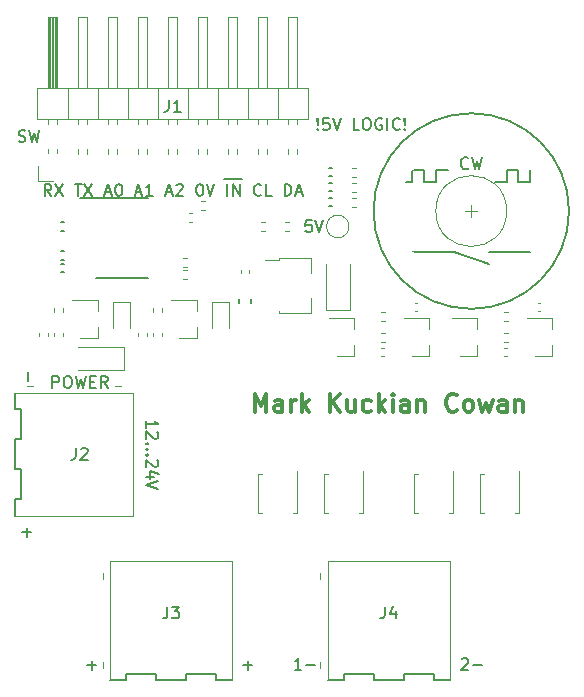
<source format=gto>
G04 #@! TF.GenerationSoftware,KiCad,Pcbnew,5.1.10*
G04 #@! TF.CreationDate,2021-12-30T01:29:18+02:00*
G04 #@! TF.ProjectId,pwm-controller,70776d2d-636f-46e7-9472-6f6c6c65722e,rev?*
G04 #@! TF.SameCoordinates,Original*
G04 #@! TF.FileFunction,Legend,Top*
G04 #@! TF.FilePolarity,Positive*
%FSLAX46Y46*%
G04 Gerber Fmt 4.6, Leading zero omitted, Abs format (unit mm)*
G04 Created by KiCad (PCBNEW 5.1.10) date 2021-12-30 01:29:18*
%MOMM*%
%LPD*%
G01*
G04 APERTURE LIST*
%ADD10C,0.300000*%
%ADD11C,0.120000*%
%ADD12C,0.150000*%
%ADD13C,0.200000*%
%ADD14C,0.100000*%
%ADD15R,0.405000X0.990000*%
%ADD16C,2.200000*%
%ADD17C,1.500000*%
%ADD18R,1.200000X0.900000*%
%ADD19O,1.700000X1.700000*%
%ADD20R,1.700000X1.700000*%
%ADD21C,1.800000*%
%ADD22R,0.900000X1.200000*%
%ADD23C,2.000000*%
%ADD24R,0.900000X0.800000*%
%ADD25R,1.300000X0.900000*%
%ADD26C,1.310000*%
G04 APERTURE END LIST*
D10*
X96592857Y-103548571D02*
X96592857Y-102048571D01*
X97092857Y-103120000D01*
X97592857Y-102048571D01*
X97592857Y-103548571D01*
X98950000Y-103548571D02*
X98950000Y-102762857D01*
X98878571Y-102620000D01*
X98735714Y-102548571D01*
X98450000Y-102548571D01*
X98307142Y-102620000D01*
X98950000Y-103477142D02*
X98807142Y-103548571D01*
X98450000Y-103548571D01*
X98307142Y-103477142D01*
X98235714Y-103334285D01*
X98235714Y-103191428D01*
X98307142Y-103048571D01*
X98450000Y-102977142D01*
X98807142Y-102977142D01*
X98950000Y-102905714D01*
X99664285Y-103548571D02*
X99664285Y-102548571D01*
X99664285Y-102834285D02*
X99735714Y-102691428D01*
X99807142Y-102620000D01*
X99950000Y-102548571D01*
X100092857Y-102548571D01*
X100592857Y-103548571D02*
X100592857Y-102048571D01*
X100735714Y-102977142D02*
X101164285Y-103548571D01*
X101164285Y-102548571D02*
X100592857Y-103120000D01*
X102950000Y-103548571D02*
X102950000Y-102048571D01*
X103807142Y-103548571D02*
X103164285Y-102691428D01*
X103807142Y-102048571D02*
X102950000Y-102905714D01*
X105092857Y-102548571D02*
X105092857Y-103548571D01*
X104450000Y-102548571D02*
X104450000Y-103334285D01*
X104521428Y-103477142D01*
X104664285Y-103548571D01*
X104878571Y-103548571D01*
X105021428Y-103477142D01*
X105092857Y-103405714D01*
X106450000Y-103477142D02*
X106307142Y-103548571D01*
X106021428Y-103548571D01*
X105878571Y-103477142D01*
X105807142Y-103405714D01*
X105735714Y-103262857D01*
X105735714Y-102834285D01*
X105807142Y-102691428D01*
X105878571Y-102620000D01*
X106021428Y-102548571D01*
X106307142Y-102548571D01*
X106450000Y-102620000D01*
X107092857Y-103548571D02*
X107092857Y-102048571D01*
X107235714Y-102977142D02*
X107664285Y-103548571D01*
X107664285Y-102548571D02*
X107092857Y-103120000D01*
X108307142Y-103548571D02*
X108307142Y-102548571D01*
X108307142Y-102048571D02*
X108235714Y-102120000D01*
X108307142Y-102191428D01*
X108378571Y-102120000D01*
X108307142Y-102048571D01*
X108307142Y-102191428D01*
X109664285Y-103548571D02*
X109664285Y-102762857D01*
X109592857Y-102620000D01*
X109450000Y-102548571D01*
X109164285Y-102548571D01*
X109021428Y-102620000D01*
X109664285Y-103477142D02*
X109521428Y-103548571D01*
X109164285Y-103548571D01*
X109021428Y-103477142D01*
X108950000Y-103334285D01*
X108950000Y-103191428D01*
X109021428Y-103048571D01*
X109164285Y-102977142D01*
X109521428Y-102977142D01*
X109664285Y-102905714D01*
X110378571Y-102548571D02*
X110378571Y-103548571D01*
X110378571Y-102691428D02*
X110450000Y-102620000D01*
X110592857Y-102548571D01*
X110807142Y-102548571D01*
X110950000Y-102620000D01*
X111021428Y-102762857D01*
X111021428Y-103548571D01*
X113735714Y-103405714D02*
X113664285Y-103477142D01*
X113450000Y-103548571D01*
X113307142Y-103548571D01*
X113092857Y-103477142D01*
X112950000Y-103334285D01*
X112878571Y-103191428D01*
X112807142Y-102905714D01*
X112807142Y-102691428D01*
X112878571Y-102405714D01*
X112950000Y-102262857D01*
X113092857Y-102120000D01*
X113307142Y-102048571D01*
X113450000Y-102048571D01*
X113664285Y-102120000D01*
X113735714Y-102191428D01*
X114592857Y-103548571D02*
X114450000Y-103477142D01*
X114378571Y-103405714D01*
X114307142Y-103262857D01*
X114307142Y-102834285D01*
X114378571Y-102691428D01*
X114450000Y-102620000D01*
X114592857Y-102548571D01*
X114807142Y-102548571D01*
X114950000Y-102620000D01*
X115021428Y-102691428D01*
X115092857Y-102834285D01*
X115092857Y-103262857D01*
X115021428Y-103405714D01*
X114950000Y-103477142D01*
X114807142Y-103548571D01*
X114592857Y-103548571D01*
X115592857Y-102548571D02*
X115878571Y-103548571D01*
X116164285Y-102834285D01*
X116450000Y-103548571D01*
X116735714Y-102548571D01*
X117950000Y-103548571D02*
X117950000Y-102762857D01*
X117878571Y-102620000D01*
X117735714Y-102548571D01*
X117450000Y-102548571D01*
X117307142Y-102620000D01*
X117950000Y-103477142D02*
X117807142Y-103548571D01*
X117450000Y-103548571D01*
X117307142Y-103477142D01*
X117235714Y-103334285D01*
X117235714Y-103191428D01*
X117307142Y-103048571D01*
X117450000Y-102977142D01*
X117807142Y-102977142D01*
X117950000Y-102905714D01*
X118664285Y-102548571D02*
X118664285Y-103548571D01*
X118664285Y-102691428D02*
X118735714Y-102620000D01*
X118878571Y-102548571D01*
X119092857Y-102548571D01*
X119235714Y-102620000D01*
X119307142Y-102762857D01*
X119307142Y-103548571D01*
D11*
X105775000Y-108620000D02*
X105775000Y-112125000D01*
X102505000Y-108855000D02*
X102505000Y-112125000D01*
X102840000Y-108855000D02*
X102505000Y-108855000D01*
X102840000Y-112125000D02*
X102505000Y-112125000D01*
X105775000Y-112125000D02*
X105440000Y-112125000D01*
X118983000Y-108620000D02*
X118983000Y-112125000D01*
X115713000Y-108855000D02*
X115713000Y-112125000D01*
X116048000Y-108855000D02*
X115713000Y-108855000D01*
X116048000Y-112125000D02*
X115713000Y-112125000D01*
X118983000Y-112125000D02*
X118648000Y-112125000D01*
X88772000Y-96874359D02*
X88772000Y-97181641D01*
X88012000Y-96874359D02*
X88012000Y-97181641D01*
X87502000Y-96874359D02*
X87502000Y-97181641D01*
X86742000Y-96874359D02*
X86742000Y-97181641D01*
X80390000Y-96874359D02*
X80390000Y-97181641D01*
X79630000Y-96874359D02*
X79630000Y-97181641D01*
X79120000Y-96874359D02*
X79120000Y-97181641D01*
X78360000Y-96874359D02*
X78360000Y-97181641D01*
X92355641Y-86486000D02*
X92048359Y-86486000D01*
X92355641Y-85726000D02*
X92048359Y-85726000D01*
X100187000Y-112125000D02*
X99852000Y-112125000D01*
X97252000Y-112125000D02*
X96917000Y-112125000D01*
X97252000Y-108855000D02*
X96917000Y-108855000D01*
X96917000Y-108855000D02*
X96917000Y-112125000D01*
X100187000Y-108620000D02*
X100187000Y-112125000D01*
X113395000Y-112125000D02*
X113060000Y-112125000D01*
X110460000Y-112125000D02*
X110125000Y-112125000D01*
X110460000Y-108855000D02*
X110125000Y-108855000D01*
X110125000Y-108855000D02*
X110125000Y-112125000D01*
X113395000Y-108620000D02*
X113395000Y-112125000D01*
X83755000Y-124723000D02*
X83755000Y-125223000D01*
X83755000Y-117247000D02*
X83755000Y-117747000D01*
X84355000Y-116239000D02*
X84355000Y-126239000D01*
X94715000Y-116239000D02*
X94715000Y-126239000D01*
D12*
X84355000Y-126239000D02*
X85725000Y-126239000D01*
X85725000Y-126239000D02*
X85725000Y-125739000D01*
X85725000Y-125739000D02*
X88265000Y-125739000D01*
X88265000Y-125739000D02*
X88265000Y-126239000D01*
X88265000Y-126239000D02*
X90805000Y-126239000D01*
X90805000Y-126239000D02*
X90805000Y-125739000D01*
X90805000Y-125739000D02*
X93345000Y-125739000D01*
X93345000Y-125739000D02*
X93345000Y-126239000D01*
X93345000Y-126239000D02*
X94715000Y-126239000D01*
D11*
X84355000Y-116239000D02*
X94715000Y-116239000D01*
X104582000Y-87884000D02*
G75*
G03*
X104582000Y-87884000I-950000J0D01*
G01*
X102632000Y-94960000D02*
X104632000Y-94960000D01*
X104632000Y-94960000D02*
X104632000Y-91060000D01*
X102632000Y-94960000D02*
X102632000Y-91060000D01*
X78232000Y-84074000D02*
X78232000Y-82804000D01*
X79502000Y-84074000D02*
X78232000Y-84074000D01*
X100202000Y-81761071D02*
X100202000Y-81306929D01*
X99442000Y-81761071D02*
X99442000Y-81306929D01*
X100202000Y-79221071D02*
X100202000Y-78824000D01*
X99442000Y-79221071D02*
X99442000Y-78824000D01*
X100202000Y-70164000D02*
X100202000Y-76164000D01*
X99442000Y-70164000D02*
X100202000Y-70164000D01*
X99442000Y-76164000D02*
X99442000Y-70164000D01*
X98552000Y-78824000D02*
X98552000Y-76164000D01*
X97662000Y-81761071D02*
X97662000Y-81306929D01*
X96902000Y-81761071D02*
X96902000Y-81306929D01*
X97662000Y-79221071D02*
X97662000Y-78824000D01*
X96902000Y-79221071D02*
X96902000Y-78824000D01*
X97662000Y-70164000D02*
X97662000Y-76164000D01*
X96902000Y-70164000D02*
X97662000Y-70164000D01*
X96902000Y-76164000D02*
X96902000Y-70164000D01*
X96012000Y-78824000D02*
X96012000Y-76164000D01*
X95122000Y-81761071D02*
X95122000Y-81306929D01*
X94362000Y-81761071D02*
X94362000Y-81306929D01*
X95122000Y-79221071D02*
X95122000Y-78824000D01*
X94362000Y-79221071D02*
X94362000Y-78824000D01*
X95122000Y-70164000D02*
X95122000Y-76164000D01*
X94362000Y-70164000D02*
X95122000Y-70164000D01*
X94362000Y-76164000D02*
X94362000Y-70164000D01*
X93472000Y-78824000D02*
X93472000Y-76164000D01*
X92582000Y-81761071D02*
X92582000Y-81306929D01*
X91822000Y-81761071D02*
X91822000Y-81306929D01*
X92582000Y-79221071D02*
X92582000Y-78824000D01*
X91822000Y-79221071D02*
X91822000Y-78824000D01*
X92582000Y-70164000D02*
X92582000Y-76164000D01*
X91822000Y-70164000D02*
X92582000Y-70164000D01*
X91822000Y-76164000D02*
X91822000Y-70164000D01*
X90932000Y-78824000D02*
X90932000Y-76164000D01*
X90042000Y-81761071D02*
X90042000Y-81306929D01*
X89282000Y-81761071D02*
X89282000Y-81306929D01*
X90042000Y-79221071D02*
X90042000Y-78824000D01*
X89282000Y-79221071D02*
X89282000Y-78824000D01*
X90042000Y-70164000D02*
X90042000Y-76164000D01*
X89282000Y-70164000D02*
X90042000Y-70164000D01*
X89282000Y-76164000D02*
X89282000Y-70164000D01*
X88392000Y-78824000D02*
X88392000Y-76164000D01*
X87502000Y-81761071D02*
X87502000Y-81306929D01*
X86742000Y-81761071D02*
X86742000Y-81306929D01*
X87502000Y-79221071D02*
X87502000Y-78824000D01*
X86742000Y-79221071D02*
X86742000Y-78824000D01*
X87502000Y-70164000D02*
X87502000Y-76164000D01*
X86742000Y-70164000D02*
X87502000Y-70164000D01*
X86742000Y-76164000D02*
X86742000Y-70164000D01*
X85852000Y-78824000D02*
X85852000Y-76164000D01*
X84962000Y-81761071D02*
X84962000Y-81306929D01*
X84202000Y-81761071D02*
X84202000Y-81306929D01*
X84962000Y-79221071D02*
X84962000Y-78824000D01*
X84202000Y-79221071D02*
X84202000Y-78824000D01*
X84962000Y-70164000D02*
X84962000Y-76164000D01*
X84202000Y-70164000D02*
X84962000Y-70164000D01*
X84202000Y-76164000D02*
X84202000Y-70164000D01*
X83312000Y-78824000D02*
X83312000Y-76164000D01*
X82422000Y-81761071D02*
X82422000Y-81306929D01*
X81662000Y-81761071D02*
X81662000Y-81306929D01*
X82422000Y-79221071D02*
X82422000Y-78824000D01*
X81662000Y-79221071D02*
X81662000Y-78824000D01*
X82422000Y-70164000D02*
X82422000Y-76164000D01*
X81662000Y-70164000D02*
X82422000Y-70164000D01*
X81662000Y-76164000D02*
X81662000Y-70164000D01*
X80772000Y-78824000D02*
X80772000Y-76164000D01*
X79882000Y-81694000D02*
X79882000Y-81306929D01*
X79122000Y-81694000D02*
X79122000Y-81306929D01*
X79882000Y-79221071D02*
X79882000Y-78824000D01*
X79122000Y-79221071D02*
X79122000Y-78824000D01*
X79782000Y-76164000D02*
X79782000Y-70164000D01*
X79662000Y-76164000D02*
X79662000Y-70164000D01*
X79542000Y-76164000D02*
X79542000Y-70164000D01*
X79422000Y-76164000D02*
X79422000Y-70164000D01*
X79302000Y-76164000D02*
X79302000Y-70164000D01*
X79182000Y-76164000D02*
X79182000Y-70164000D01*
X79882000Y-70164000D02*
X79882000Y-76164000D01*
X79122000Y-70164000D02*
X79882000Y-70164000D01*
X79122000Y-76164000D02*
X79122000Y-70164000D01*
X78172000Y-76164000D02*
X78172000Y-78824000D01*
X101152000Y-76164000D02*
X78172000Y-76164000D01*
X101152000Y-78824000D02*
X101152000Y-76164000D01*
X78172000Y-78824000D02*
X101152000Y-78824000D01*
D12*
X123214387Y-86576000D02*
G75*
G03*
X123214387Y-86576000I-8279387J0D01*
G01*
D11*
X117935000Y-86576000D02*
G75*
G03*
X117935000Y-86576000I-3000000J0D01*
G01*
X114935000Y-86076000D02*
X114935000Y-87076000D01*
X114435000Y-86576000D02*
X115435000Y-86576000D01*
D12*
X109935000Y-90076000D02*
X113435000Y-90076000D01*
X119935000Y-90076000D02*
X116435000Y-90076000D01*
X113435000Y-90076000D02*
X116435000Y-91076000D01*
X109435000Y-84076000D02*
X109935000Y-84076000D01*
X109935000Y-84076000D02*
X109935000Y-83076000D01*
X109935000Y-83076000D02*
X110935000Y-83076000D01*
X110935000Y-83076000D02*
X110935000Y-84076000D01*
X110935000Y-84076000D02*
X111935000Y-84076000D01*
X111935000Y-84076000D02*
X111935000Y-83076000D01*
X111935000Y-83076000D02*
X112935000Y-83076000D01*
X116935000Y-84076000D02*
X117935000Y-84076000D01*
X117935000Y-84076000D02*
X117935000Y-83076000D01*
X117935000Y-83076000D02*
X118935000Y-83076000D01*
X118935000Y-83076000D02*
X118935000Y-84076000D01*
X118935000Y-84076000D02*
X119935000Y-84076000D01*
X119935000Y-84076000D02*
X119935000Y-83076000D01*
X119935000Y-83076000D02*
X120435000Y-83076000D01*
D11*
X91078164Y-87482000D02*
X91293836Y-87482000D01*
X91078164Y-86762000D02*
X91293836Y-86762000D01*
X85562000Y-100060000D02*
X81662000Y-100060000D01*
X85562000Y-98060000D02*
X81662000Y-98060000D01*
X85562000Y-100060000D02*
X85562000Y-98060000D01*
X97128359Y-88264000D02*
X97435641Y-88264000D01*
X97128359Y-87504000D02*
X97435641Y-87504000D01*
X99467641Y-87504000D02*
X99160359Y-87504000D01*
X99467641Y-88264000D02*
X99160359Y-88264000D01*
D13*
X102889164Y-86174000D02*
X103104836Y-86174000D01*
X102889164Y-85454000D02*
X103104836Y-85454000D01*
X102889164Y-83634000D02*
X103104836Y-83634000D01*
X102889164Y-82914000D02*
X103104836Y-82914000D01*
X102889164Y-84904000D02*
X103104836Y-84904000D01*
X102889164Y-84184000D02*
X103104836Y-84184000D01*
X85379000Y-92239000D02*
X87579000Y-92239000D01*
X85379000Y-92239000D02*
X83179000Y-92239000D01*
X85379000Y-85469000D02*
X87579000Y-85469000D01*
X85379000Y-85469000D02*
X81779000Y-85469000D01*
D11*
X95398000Y-91576164D02*
X95398000Y-91791836D01*
X96118000Y-91576164D02*
X96118000Y-91791836D01*
X90831641Y-91530000D02*
X90524359Y-91530000D01*
X90831641Y-92290000D02*
X90524359Y-92290000D01*
X90831641Y-90514000D02*
X90524359Y-90514000D01*
X90831641Y-91274000D02*
X90524359Y-91274000D01*
X80390000Y-95111641D02*
X80390000Y-94804359D01*
X79630000Y-95111641D02*
X79630000Y-94804359D01*
X92991000Y-94235000D02*
X92991000Y-96520000D01*
X94461000Y-94235000D02*
X92991000Y-94235000D01*
X94461000Y-96520000D02*
X94461000Y-94235000D01*
X84609000Y-94235000D02*
X84609000Y-96520000D01*
X86079000Y-94235000D02*
X84609000Y-94235000D01*
X86079000Y-96520000D02*
X86079000Y-94235000D01*
X88772000Y-95111641D02*
X88772000Y-94804359D01*
X88012000Y-95111641D02*
X88012000Y-94804359D01*
X91692000Y-97300000D02*
X90232000Y-97300000D01*
X91692000Y-94140000D02*
X89532000Y-94140000D01*
X91692000Y-94140000D02*
X91692000Y-95070000D01*
X91692000Y-97300000D02*
X91692000Y-96370000D01*
X83310000Y-97300000D02*
X81850000Y-97300000D01*
X83310000Y-94140000D02*
X81150000Y-94140000D01*
X83310000Y-94140000D02*
X83310000Y-95070000D01*
X83310000Y-97300000D02*
X83310000Y-96370000D01*
X105182641Y-83654000D02*
X104875359Y-83654000D01*
X105182641Y-82894000D02*
X104875359Y-82894000D01*
X105182641Y-84924000D02*
X104875359Y-84924000D01*
X105182641Y-84164000D02*
X104875359Y-84164000D01*
X104875359Y-85434000D02*
X105182641Y-85434000D01*
X104875359Y-86194000D02*
X105182641Y-86194000D01*
X101355000Y-93938000D02*
X101355000Y-95248000D01*
X101355000Y-95248000D02*
X98635000Y-95248000D01*
X97495000Y-90758000D02*
X98635000Y-90758000D01*
X101355000Y-90528000D02*
X101355000Y-91838000D01*
X98635000Y-90528000D02*
X101355000Y-90528000D01*
X98635000Y-90528000D02*
X98635000Y-90758000D01*
X98635000Y-95248000D02*
X98635000Y-95018000D01*
X86288000Y-102008000D02*
X86288000Y-112368000D01*
D12*
X76288000Y-110998000D02*
X76288000Y-112368000D01*
X76788000Y-110998000D02*
X76288000Y-110998000D01*
X76788000Y-108458000D02*
X76788000Y-110998000D01*
X76288000Y-108458000D02*
X76788000Y-108458000D01*
X76288000Y-105918000D02*
X76288000Y-108458000D01*
X76788000Y-105918000D02*
X76288000Y-105918000D01*
X76788000Y-103378000D02*
X76788000Y-105918000D01*
X76288000Y-103378000D02*
X76788000Y-103378000D01*
X76288000Y-102008000D02*
X76288000Y-103378000D01*
D11*
X86288000Y-112368000D02*
X76288000Y-112368000D01*
X86288000Y-102008000D02*
X76288000Y-102008000D01*
X85280000Y-101408000D02*
X84780000Y-101408000D01*
X77804000Y-101408000D02*
X77304000Y-101408000D01*
X102170000Y-124723000D02*
X102170000Y-125223000D01*
X102170000Y-117247000D02*
X102170000Y-117747000D01*
X102770000Y-116239000D02*
X102770000Y-126239000D01*
X113130000Y-116239000D02*
X113130000Y-126239000D01*
D12*
X102770000Y-126239000D02*
X104140000Y-126239000D01*
X104140000Y-126239000D02*
X104140000Y-125739000D01*
X104140000Y-125739000D02*
X106680000Y-125739000D01*
X106680000Y-125739000D02*
X106680000Y-126239000D01*
X106680000Y-126239000D02*
X109220000Y-126239000D01*
X109220000Y-126239000D02*
X109220000Y-125739000D01*
X109220000Y-125739000D02*
X111760000Y-125739000D01*
X111760000Y-125739000D02*
X111760000Y-126239000D01*
X111760000Y-126239000D02*
X113130000Y-126239000D01*
D11*
X102770000Y-116239000D02*
X113130000Y-116239000D01*
X110371836Y-94344000D02*
X110156164Y-94344000D01*
X110371836Y-95064000D02*
X110156164Y-95064000D01*
X120785836Y-94344000D02*
X120570164Y-94344000D01*
X120785836Y-95064000D02*
X120570164Y-95064000D01*
X118009641Y-95846000D02*
X117702359Y-95846000D01*
X118009641Y-95086000D02*
X117702359Y-95086000D01*
X117688379Y-97624000D02*
X118023621Y-97624000D01*
X117688379Y-96864000D02*
X118023621Y-96864000D01*
X115441000Y-98824000D02*
X115441000Y-97894000D01*
X115441000Y-95664000D02*
X115441000Y-96594000D01*
X115441000Y-95664000D02*
X113281000Y-95664000D01*
X115441000Y-98824000D02*
X113981000Y-98824000D01*
X121791000Y-98824000D02*
X121791000Y-97894000D01*
X121791000Y-95664000D02*
X121791000Y-96594000D01*
X121791000Y-95664000D02*
X119631000Y-95664000D01*
X121791000Y-98824000D02*
X120331000Y-98824000D01*
X117971835Y-98154000D02*
X117740165Y-98154000D01*
X117971835Y-98874000D02*
X117740165Y-98874000D01*
X111377000Y-98824000D02*
X111377000Y-97894000D01*
X111377000Y-95664000D02*
X111377000Y-96594000D01*
X111377000Y-95664000D02*
X109217000Y-95664000D01*
X111377000Y-98824000D02*
X109917000Y-98824000D01*
X107595641Y-95846000D02*
X107288359Y-95846000D01*
X107595641Y-95086000D02*
X107288359Y-95086000D01*
X107274379Y-97624000D02*
X107609621Y-97624000D01*
X107274379Y-96864000D02*
X107609621Y-96864000D01*
X105027000Y-98824000D02*
X105027000Y-97894000D01*
X105027000Y-95664000D02*
X105027000Y-96594000D01*
X105027000Y-95664000D02*
X102867000Y-95664000D01*
X105027000Y-98824000D02*
X103567000Y-98824000D01*
X107557835Y-98154000D02*
X107326165Y-98154000D01*
X107557835Y-98874000D02*
X107326165Y-98874000D01*
D13*
X96268000Y-94336580D02*
X96268000Y-94055420D01*
X95248000Y-94336580D02*
X95248000Y-94055420D01*
X80210164Y-91020000D02*
X80425836Y-91020000D01*
X80210164Y-91740000D02*
X80425836Y-91740000D01*
X80425836Y-88240000D02*
X80210164Y-88240000D01*
X80425836Y-87520000D02*
X80210164Y-87520000D01*
X80425836Y-90690000D02*
X80210164Y-90690000D01*
X80425836Y-89970000D02*
X80210164Y-89970000D01*
X89201666Y-120064380D02*
X89201666Y-120778666D01*
X89154047Y-120921523D01*
X89058809Y-121016761D01*
X88915952Y-121064380D01*
X88820714Y-121064380D01*
X89582619Y-120064380D02*
X90201666Y-120064380D01*
X89868333Y-120445333D01*
X90011190Y-120445333D01*
X90106428Y-120492952D01*
X90154047Y-120540571D01*
X90201666Y-120635809D01*
X90201666Y-120873904D01*
X90154047Y-120969142D01*
X90106428Y-121016761D01*
X90011190Y-121064380D01*
X89725476Y-121064380D01*
X89630238Y-121016761D01*
X89582619Y-120969142D01*
X82423047Y-125039428D02*
X83184952Y-125039428D01*
X82804000Y-125420380D02*
X82804000Y-124658476D01*
X95631047Y-125039428D02*
X96392952Y-125039428D01*
X96012000Y-125420380D02*
X96012000Y-124658476D01*
X101409523Y-87336380D02*
X100933333Y-87336380D01*
X100885714Y-87812571D01*
X100933333Y-87764952D01*
X101028571Y-87717333D01*
X101266666Y-87717333D01*
X101361904Y-87764952D01*
X101409523Y-87812571D01*
X101457142Y-87907809D01*
X101457142Y-88145904D01*
X101409523Y-88241142D01*
X101361904Y-88288761D01*
X101266666Y-88336380D01*
X101028571Y-88336380D01*
X100933333Y-88288761D01*
X100885714Y-88241142D01*
X101742857Y-87336380D02*
X102076190Y-88336380D01*
X102409523Y-87336380D01*
X89328666Y-77176380D02*
X89328666Y-77890666D01*
X89281047Y-78033523D01*
X89185809Y-78128761D01*
X89042952Y-78176380D01*
X88947714Y-78176380D01*
X90328666Y-78176380D02*
X89757238Y-78176380D01*
X90042952Y-78176380D02*
X90042952Y-77176380D01*
X89947714Y-77319238D01*
X89852476Y-77414476D01*
X89757238Y-77462095D01*
X79376285Y-85288380D02*
X79042952Y-84812190D01*
X78804857Y-85288380D02*
X78804857Y-84288380D01*
X79185809Y-84288380D01*
X79281047Y-84336000D01*
X79328666Y-84383619D01*
X79376285Y-84478857D01*
X79376285Y-84621714D01*
X79328666Y-84716952D01*
X79281047Y-84764571D01*
X79185809Y-84812190D01*
X78804857Y-84812190D01*
X79709619Y-84288380D02*
X80376285Y-85288380D01*
X80376285Y-84288380D02*
X79709619Y-85288380D01*
X81376285Y-84288380D02*
X81947714Y-84288380D01*
X81662000Y-85288380D02*
X81662000Y-84288380D01*
X82185809Y-84288380D02*
X82852476Y-85288380D01*
X82852476Y-84288380D02*
X82185809Y-85288380D01*
X83947714Y-85002666D02*
X84423904Y-85002666D01*
X83852476Y-85288380D02*
X84185809Y-84288380D01*
X84519142Y-85288380D01*
X85042952Y-84288380D02*
X85138190Y-84288380D01*
X85233428Y-84336000D01*
X85281047Y-84383619D01*
X85328666Y-84478857D01*
X85376285Y-84669333D01*
X85376285Y-84907428D01*
X85328666Y-85097904D01*
X85281047Y-85193142D01*
X85233428Y-85240761D01*
X85138190Y-85288380D01*
X85042952Y-85288380D01*
X84947714Y-85240761D01*
X84900095Y-85193142D01*
X84852476Y-85097904D01*
X84804857Y-84907428D01*
X84804857Y-84669333D01*
X84852476Y-84478857D01*
X84900095Y-84383619D01*
X84947714Y-84336000D01*
X85042952Y-84288380D01*
X86519142Y-85002666D02*
X86995333Y-85002666D01*
X86423904Y-85288380D02*
X86757238Y-84288380D01*
X87090571Y-85288380D01*
X87947714Y-85288380D02*
X87376285Y-85288380D01*
X87662000Y-85288380D02*
X87662000Y-84288380D01*
X87566761Y-84431238D01*
X87471523Y-84526476D01*
X87376285Y-84574095D01*
X89090571Y-85002666D02*
X89566761Y-85002666D01*
X88995333Y-85288380D02*
X89328666Y-84288380D01*
X89662000Y-85288380D01*
X89947714Y-84383619D02*
X89995333Y-84336000D01*
X90090571Y-84288380D01*
X90328666Y-84288380D01*
X90423904Y-84336000D01*
X90471523Y-84383619D01*
X90519142Y-84478857D01*
X90519142Y-84574095D01*
X90471523Y-84716952D01*
X89900095Y-85288380D01*
X90519142Y-85288380D01*
X91900095Y-84288380D02*
X91995333Y-84288380D01*
X92090571Y-84336000D01*
X92138190Y-84383619D01*
X92185809Y-84478857D01*
X92233428Y-84669333D01*
X92233428Y-84907428D01*
X92185809Y-85097904D01*
X92138190Y-85193142D01*
X92090571Y-85240761D01*
X91995333Y-85288380D01*
X91900095Y-85288380D01*
X91804857Y-85240761D01*
X91757238Y-85193142D01*
X91709619Y-85097904D01*
X91662000Y-84907428D01*
X91662000Y-84669333D01*
X91709619Y-84478857D01*
X91757238Y-84383619D01*
X91804857Y-84336000D01*
X91900095Y-84288380D01*
X92519142Y-84288380D02*
X92852476Y-85288380D01*
X93185809Y-84288380D01*
X94042952Y-83856000D02*
X94519142Y-83856000D01*
X94281047Y-85288380D02*
X94281047Y-84288380D01*
X94519142Y-83856000D02*
X95566761Y-83856000D01*
X94757238Y-85288380D02*
X94757238Y-84288380D01*
X95328666Y-85288380D01*
X95328666Y-84288380D01*
X97138190Y-85193142D02*
X97090571Y-85240761D01*
X96947714Y-85288380D01*
X96852476Y-85288380D01*
X96709619Y-85240761D01*
X96614380Y-85145523D01*
X96566761Y-85050285D01*
X96519142Y-84859809D01*
X96519142Y-84716952D01*
X96566761Y-84526476D01*
X96614380Y-84431238D01*
X96709619Y-84336000D01*
X96852476Y-84288380D01*
X96947714Y-84288380D01*
X97090571Y-84336000D01*
X97138190Y-84383619D01*
X98042952Y-85288380D02*
X97566761Y-85288380D01*
X97566761Y-84288380D01*
X99138190Y-85288380D02*
X99138190Y-84288380D01*
X99376285Y-84288380D01*
X99519142Y-84336000D01*
X99614380Y-84431238D01*
X99662000Y-84526476D01*
X99709619Y-84716952D01*
X99709619Y-84859809D01*
X99662000Y-85050285D01*
X99614380Y-85145523D01*
X99519142Y-85240761D01*
X99376285Y-85288380D01*
X99138190Y-85288380D01*
X100090571Y-85002666D02*
X100566761Y-85002666D01*
X99995333Y-85288380D02*
X100328666Y-84288380D01*
X100662000Y-85288380D01*
X76612857Y-80668761D02*
X76755714Y-80716380D01*
X76993809Y-80716380D01*
X77089047Y-80668761D01*
X77136666Y-80621142D01*
X77184285Y-80525904D01*
X77184285Y-80430666D01*
X77136666Y-80335428D01*
X77089047Y-80287809D01*
X76993809Y-80240190D01*
X76803333Y-80192571D01*
X76708095Y-80144952D01*
X76660476Y-80097333D01*
X76612857Y-80002095D01*
X76612857Y-79906857D01*
X76660476Y-79811619D01*
X76708095Y-79764000D01*
X76803333Y-79716380D01*
X77041428Y-79716380D01*
X77184285Y-79764000D01*
X77517619Y-79716380D02*
X77755714Y-80716380D01*
X77946190Y-80002095D01*
X78136666Y-80716380D01*
X78374761Y-79716380D01*
D12*
X114673095Y-82933142D02*
X114625476Y-82980761D01*
X114482619Y-83028380D01*
X114387380Y-83028380D01*
X114244523Y-82980761D01*
X114149285Y-82885523D01*
X114101666Y-82790285D01*
X114054047Y-82599809D01*
X114054047Y-82456952D01*
X114101666Y-82266476D01*
X114149285Y-82171238D01*
X114244523Y-82076000D01*
X114387380Y-82028380D01*
X114482619Y-82028380D01*
X114625476Y-82076000D01*
X114673095Y-82123619D01*
X115006428Y-82028380D02*
X115244523Y-83028380D01*
X115435000Y-82314095D01*
X115625476Y-83028380D01*
X115863571Y-82028380D01*
X101935595Y-79605142D02*
X101983214Y-79652761D01*
X101935595Y-79700380D01*
X101887976Y-79652761D01*
X101935595Y-79605142D01*
X101935595Y-79700380D01*
X101935595Y-79319428D02*
X101887976Y-78748000D01*
X101935595Y-78700380D01*
X101983214Y-78748000D01*
X101935595Y-79319428D01*
X101935595Y-78700380D01*
X102887976Y-78700380D02*
X102411785Y-78700380D01*
X102364166Y-79176571D01*
X102411785Y-79128952D01*
X102507023Y-79081333D01*
X102745119Y-79081333D01*
X102840357Y-79128952D01*
X102887976Y-79176571D01*
X102935595Y-79271809D01*
X102935595Y-79509904D01*
X102887976Y-79605142D01*
X102840357Y-79652761D01*
X102745119Y-79700380D01*
X102507023Y-79700380D01*
X102411785Y-79652761D01*
X102364166Y-79605142D01*
X103221309Y-78700380D02*
X103554642Y-79700380D01*
X103887976Y-78700380D01*
X105459404Y-79700380D02*
X104983214Y-79700380D01*
X104983214Y-78700380D01*
X105983214Y-78700380D02*
X106173690Y-78700380D01*
X106268928Y-78748000D01*
X106364166Y-78843238D01*
X106411785Y-79033714D01*
X106411785Y-79367047D01*
X106364166Y-79557523D01*
X106268928Y-79652761D01*
X106173690Y-79700380D01*
X105983214Y-79700380D01*
X105887976Y-79652761D01*
X105792738Y-79557523D01*
X105745119Y-79367047D01*
X105745119Y-79033714D01*
X105792738Y-78843238D01*
X105887976Y-78748000D01*
X105983214Y-78700380D01*
X107364166Y-78748000D02*
X107268928Y-78700380D01*
X107126071Y-78700380D01*
X106983214Y-78748000D01*
X106887976Y-78843238D01*
X106840357Y-78938476D01*
X106792738Y-79128952D01*
X106792738Y-79271809D01*
X106840357Y-79462285D01*
X106887976Y-79557523D01*
X106983214Y-79652761D01*
X107126071Y-79700380D01*
X107221309Y-79700380D01*
X107364166Y-79652761D01*
X107411785Y-79605142D01*
X107411785Y-79271809D01*
X107221309Y-79271809D01*
X107840357Y-79700380D02*
X107840357Y-78700380D01*
X108887976Y-79605142D02*
X108840357Y-79652761D01*
X108697500Y-79700380D01*
X108602261Y-79700380D01*
X108459404Y-79652761D01*
X108364166Y-79557523D01*
X108316547Y-79462285D01*
X108268928Y-79271809D01*
X108268928Y-79128952D01*
X108316547Y-78938476D01*
X108364166Y-78843238D01*
X108459404Y-78748000D01*
X108602261Y-78700380D01*
X108697500Y-78700380D01*
X108840357Y-78748000D01*
X108887976Y-78795619D01*
X109316547Y-79605142D02*
X109364166Y-79652761D01*
X109316547Y-79700380D01*
X109268928Y-79652761D01*
X109316547Y-79605142D01*
X109316547Y-79700380D01*
X109316547Y-79319428D02*
X109268928Y-78748000D01*
X109316547Y-78700380D01*
X109364166Y-78748000D01*
X109316547Y-79319428D01*
X109316547Y-78700380D01*
D13*
X81454666Y-106640380D02*
X81454666Y-107354666D01*
X81407047Y-107497523D01*
X81311809Y-107592761D01*
X81168952Y-107640380D01*
X81073714Y-107640380D01*
X81883238Y-106735619D02*
X81930857Y-106688000D01*
X82026095Y-106640380D01*
X82264190Y-106640380D01*
X82359428Y-106688000D01*
X82407047Y-106735619D01*
X82454666Y-106830857D01*
X82454666Y-106926095D01*
X82407047Y-107068952D01*
X81835619Y-107640380D01*
X82454666Y-107640380D01*
X79478476Y-101544380D02*
X79478476Y-100544380D01*
X79859428Y-100544380D01*
X79954666Y-100592000D01*
X80002285Y-100639619D01*
X80049904Y-100734857D01*
X80049904Y-100877714D01*
X80002285Y-100972952D01*
X79954666Y-101020571D01*
X79859428Y-101068190D01*
X79478476Y-101068190D01*
X80668952Y-100544380D02*
X80859428Y-100544380D01*
X80954666Y-100592000D01*
X81049904Y-100687238D01*
X81097523Y-100877714D01*
X81097523Y-101211047D01*
X81049904Y-101401523D01*
X80954666Y-101496761D01*
X80859428Y-101544380D01*
X80668952Y-101544380D01*
X80573714Y-101496761D01*
X80478476Y-101401523D01*
X80430857Y-101211047D01*
X80430857Y-100877714D01*
X80478476Y-100687238D01*
X80573714Y-100592000D01*
X80668952Y-100544380D01*
X81430857Y-100544380D02*
X81668952Y-101544380D01*
X81859428Y-100830095D01*
X82049904Y-101544380D01*
X82288000Y-100544380D01*
X82668952Y-101020571D02*
X83002285Y-101020571D01*
X83145142Y-101544380D02*
X82668952Y-101544380D01*
X82668952Y-100544380D01*
X83145142Y-100544380D01*
X84145142Y-101544380D02*
X83811809Y-101068190D01*
X83573714Y-101544380D02*
X83573714Y-100544380D01*
X83954666Y-100544380D01*
X84049904Y-100592000D01*
X84097523Y-100639619D01*
X84145142Y-100734857D01*
X84145142Y-100877714D01*
X84097523Y-100972952D01*
X84049904Y-101020571D01*
X83954666Y-101068190D01*
X83573714Y-101068190D01*
X77287428Y-114172952D02*
X77287428Y-113411047D01*
X77668380Y-113792000D02*
X76906476Y-113792000D01*
X77414428Y-100964952D02*
X77414428Y-100203047D01*
X87431619Y-104902285D02*
X87431619Y-104330857D01*
X87431619Y-104616571D02*
X88431619Y-104616571D01*
X88288761Y-104521333D01*
X88193523Y-104426095D01*
X88145904Y-104330857D01*
X88336380Y-105283238D02*
X88384000Y-105330857D01*
X88431619Y-105426095D01*
X88431619Y-105664190D01*
X88384000Y-105759428D01*
X88336380Y-105807047D01*
X88241142Y-105854666D01*
X88145904Y-105854666D01*
X88003047Y-105807047D01*
X87431619Y-105235619D01*
X87431619Y-105854666D01*
X87526857Y-106283238D02*
X87479238Y-106330857D01*
X87431619Y-106283238D01*
X87479238Y-106235619D01*
X87526857Y-106283238D01*
X87431619Y-106283238D01*
X87526857Y-106759428D02*
X87479238Y-106807047D01*
X87431619Y-106759428D01*
X87479238Y-106711809D01*
X87526857Y-106759428D01*
X87431619Y-106759428D01*
X87526857Y-107235619D02*
X87479238Y-107283238D01*
X87431619Y-107235619D01*
X87479238Y-107188000D01*
X87526857Y-107235619D01*
X87431619Y-107235619D01*
X88336380Y-107664190D02*
X88384000Y-107711809D01*
X88431619Y-107807047D01*
X88431619Y-108045142D01*
X88384000Y-108140380D01*
X88336380Y-108188000D01*
X88241142Y-108235619D01*
X88145904Y-108235619D01*
X88003047Y-108188000D01*
X87431619Y-107616571D01*
X87431619Y-108235619D01*
X88098285Y-109092761D02*
X87431619Y-109092761D01*
X88479238Y-108854666D02*
X87764952Y-108616571D01*
X87764952Y-109235619D01*
X88431619Y-109473714D02*
X87431619Y-109807047D01*
X88431619Y-110140380D01*
X107616666Y-120064380D02*
X107616666Y-120778666D01*
X107569047Y-120921523D01*
X107473809Y-121016761D01*
X107330952Y-121064380D01*
X107235714Y-121064380D01*
X108521428Y-120397714D02*
X108521428Y-121064380D01*
X108283333Y-120016761D02*
X108045238Y-120731047D01*
X108664285Y-120731047D01*
X100549428Y-125420380D02*
X99978000Y-125420380D01*
X100263714Y-125420380D02*
X100263714Y-124420380D01*
X100168476Y-124563238D01*
X100073238Y-124658476D01*
X99978000Y-124706095D01*
X100978000Y-125039428D02*
X101739904Y-125039428D01*
X114112476Y-124515619D02*
X114160095Y-124468000D01*
X114255333Y-124420380D01*
X114493428Y-124420380D01*
X114588666Y-124468000D01*
X114636285Y-124515619D01*
X114683904Y-124610857D01*
X114683904Y-124706095D01*
X114636285Y-124848952D01*
X114064857Y-125420380D01*
X114683904Y-125420380D01*
X115112476Y-125039428D02*
X115874380Y-125039428D01*
%LPC*%
D14*
G36*
X104927500Y-112420000D02*
G01*
X104927500Y-111910000D01*
X104672500Y-111910000D01*
X104672500Y-112420000D01*
X104267500Y-112420000D01*
X104267500Y-111910000D01*
X104012500Y-111910000D01*
X104012500Y-112420000D01*
X103607500Y-112420000D01*
X103607500Y-111910000D01*
X103352500Y-111910000D01*
X103352500Y-112420000D01*
X102945000Y-112420000D01*
X102945000Y-111660000D01*
X103022500Y-111660000D01*
X103022500Y-110185000D01*
X105257500Y-110185000D01*
X105257500Y-111660000D01*
X105335000Y-111660000D01*
X105335000Y-112420000D01*
X104927500Y-112420000D01*
G37*
D15*
X103150000Y-109055000D03*
X103810000Y-109055000D03*
X104470000Y-109055000D03*
X105130000Y-109055000D03*
D14*
G36*
X118135500Y-112420000D02*
G01*
X118135500Y-111910000D01*
X117880500Y-111910000D01*
X117880500Y-112420000D01*
X117475500Y-112420000D01*
X117475500Y-111910000D01*
X117220500Y-111910000D01*
X117220500Y-112420000D01*
X116815500Y-112420000D01*
X116815500Y-111910000D01*
X116560500Y-111910000D01*
X116560500Y-112420000D01*
X116153000Y-112420000D01*
X116153000Y-111660000D01*
X116230500Y-111660000D01*
X116230500Y-110185000D01*
X118465500Y-110185000D01*
X118465500Y-111660000D01*
X118543000Y-111660000D01*
X118543000Y-112420000D01*
X118135500Y-112420000D01*
G37*
D15*
X116358000Y-109055000D03*
X117018000Y-109055000D03*
X117678000Y-109055000D03*
X118338000Y-109055000D03*
G36*
G01*
X88207000Y-97268000D02*
X88577000Y-97268000D01*
G75*
G02*
X88712000Y-97403000I0J-135000D01*
G01*
X88712000Y-97673000D01*
G75*
G02*
X88577000Y-97808000I-135000J0D01*
G01*
X88207000Y-97808000D01*
G75*
G02*
X88072000Y-97673000I0J135000D01*
G01*
X88072000Y-97403000D01*
G75*
G02*
X88207000Y-97268000I135000J0D01*
G01*
G37*
G36*
G01*
X88207000Y-96248000D02*
X88577000Y-96248000D01*
G75*
G02*
X88712000Y-96383000I0J-135000D01*
G01*
X88712000Y-96653000D01*
G75*
G02*
X88577000Y-96788000I-135000J0D01*
G01*
X88207000Y-96788000D01*
G75*
G02*
X88072000Y-96653000I0J135000D01*
G01*
X88072000Y-96383000D01*
G75*
G02*
X88207000Y-96248000I135000J0D01*
G01*
G37*
G36*
G01*
X86937000Y-97268000D02*
X87307000Y-97268000D01*
G75*
G02*
X87442000Y-97403000I0J-135000D01*
G01*
X87442000Y-97673000D01*
G75*
G02*
X87307000Y-97808000I-135000J0D01*
G01*
X86937000Y-97808000D01*
G75*
G02*
X86802000Y-97673000I0J135000D01*
G01*
X86802000Y-97403000D01*
G75*
G02*
X86937000Y-97268000I135000J0D01*
G01*
G37*
G36*
G01*
X86937000Y-96248000D02*
X87307000Y-96248000D01*
G75*
G02*
X87442000Y-96383000I0J-135000D01*
G01*
X87442000Y-96653000D01*
G75*
G02*
X87307000Y-96788000I-135000J0D01*
G01*
X86937000Y-96788000D01*
G75*
G02*
X86802000Y-96653000I0J135000D01*
G01*
X86802000Y-96383000D01*
G75*
G02*
X86937000Y-96248000I135000J0D01*
G01*
G37*
G36*
G01*
X79825000Y-97268000D02*
X80195000Y-97268000D01*
G75*
G02*
X80330000Y-97403000I0J-135000D01*
G01*
X80330000Y-97673000D01*
G75*
G02*
X80195000Y-97808000I-135000J0D01*
G01*
X79825000Y-97808000D01*
G75*
G02*
X79690000Y-97673000I0J135000D01*
G01*
X79690000Y-97403000D01*
G75*
G02*
X79825000Y-97268000I135000J0D01*
G01*
G37*
G36*
G01*
X79825000Y-96248000D02*
X80195000Y-96248000D01*
G75*
G02*
X80330000Y-96383000I0J-135000D01*
G01*
X80330000Y-96653000D01*
G75*
G02*
X80195000Y-96788000I-135000J0D01*
G01*
X79825000Y-96788000D01*
G75*
G02*
X79690000Y-96653000I0J135000D01*
G01*
X79690000Y-96383000D01*
G75*
G02*
X79825000Y-96248000I135000J0D01*
G01*
G37*
G36*
G01*
X78555000Y-97268000D02*
X78925000Y-97268000D01*
G75*
G02*
X79060000Y-97403000I0J-135000D01*
G01*
X79060000Y-97673000D01*
G75*
G02*
X78925000Y-97808000I-135000J0D01*
G01*
X78555000Y-97808000D01*
G75*
G02*
X78420000Y-97673000I0J135000D01*
G01*
X78420000Y-97403000D01*
G75*
G02*
X78555000Y-97268000I135000J0D01*
G01*
G37*
G36*
G01*
X78555000Y-96248000D02*
X78925000Y-96248000D01*
G75*
G02*
X79060000Y-96383000I0J-135000D01*
G01*
X79060000Y-96653000D01*
G75*
G02*
X78925000Y-96788000I-135000J0D01*
G01*
X78555000Y-96788000D01*
G75*
G02*
X78420000Y-96653000I0J135000D01*
G01*
X78420000Y-96383000D01*
G75*
G02*
X78555000Y-96248000I135000J0D01*
G01*
G37*
G36*
G01*
X91962000Y-85921000D02*
X91962000Y-86291000D01*
G75*
G02*
X91827000Y-86426000I-135000J0D01*
G01*
X91557000Y-86426000D01*
G75*
G02*
X91422000Y-86291000I0J135000D01*
G01*
X91422000Y-85921000D01*
G75*
G02*
X91557000Y-85786000I135000J0D01*
G01*
X91827000Y-85786000D01*
G75*
G02*
X91962000Y-85921000I0J-135000D01*
G01*
G37*
G36*
G01*
X92982000Y-85921000D02*
X92982000Y-86291000D01*
G75*
G02*
X92847000Y-86426000I-135000J0D01*
G01*
X92577000Y-86426000D01*
G75*
G02*
X92442000Y-86291000I0J135000D01*
G01*
X92442000Y-85921000D01*
G75*
G02*
X92577000Y-85786000I135000J0D01*
G01*
X92847000Y-85786000D01*
G75*
G02*
X92982000Y-85921000I0J-135000D01*
G01*
G37*
X99542000Y-109055000D03*
X98882000Y-109055000D03*
X98222000Y-109055000D03*
X97562000Y-109055000D03*
D14*
G36*
X99339500Y-112420000D02*
G01*
X99339500Y-111910000D01*
X99084500Y-111910000D01*
X99084500Y-112420000D01*
X98679500Y-112420000D01*
X98679500Y-111910000D01*
X98424500Y-111910000D01*
X98424500Y-112420000D01*
X98019500Y-112420000D01*
X98019500Y-111910000D01*
X97764500Y-111910000D01*
X97764500Y-112420000D01*
X97357000Y-112420000D01*
X97357000Y-111660000D01*
X97434500Y-111660000D01*
X97434500Y-110185000D01*
X99669500Y-110185000D01*
X99669500Y-111660000D01*
X99747000Y-111660000D01*
X99747000Y-112420000D01*
X99339500Y-112420000D01*
G37*
D15*
X112750000Y-109055000D03*
X112090000Y-109055000D03*
X111430000Y-109055000D03*
X110770000Y-109055000D03*
D14*
G36*
X112547500Y-112420000D02*
G01*
X112547500Y-111910000D01*
X112292500Y-111910000D01*
X112292500Y-112420000D01*
X111887500Y-112420000D01*
X111887500Y-111910000D01*
X111632500Y-111910000D01*
X111632500Y-112420000D01*
X111227500Y-112420000D01*
X111227500Y-111910000D01*
X110972500Y-111910000D01*
X110972500Y-112420000D01*
X110565000Y-112420000D01*
X110565000Y-111660000D01*
X110642500Y-111660000D01*
X110642500Y-110185000D01*
X112877500Y-110185000D01*
X112877500Y-111660000D01*
X112955000Y-111660000D01*
X112955000Y-112420000D01*
X112547500Y-112420000D01*
G37*
D16*
X86995000Y-120739000D03*
X92075000Y-120739000D03*
D17*
X103632000Y-87884000D03*
D18*
X103632000Y-91060000D03*
X103632000Y-94360000D03*
D19*
X99822000Y-80264000D03*
X99822000Y-82804000D03*
X97282000Y-80264000D03*
X97282000Y-82804000D03*
X94742000Y-80264000D03*
X94742000Y-82804000D03*
X92202000Y-80264000D03*
X92202000Y-82804000D03*
X89662000Y-80264000D03*
X89662000Y-82804000D03*
X87122000Y-80264000D03*
X87122000Y-82804000D03*
X84582000Y-80264000D03*
X84582000Y-82804000D03*
X82042000Y-80264000D03*
X82042000Y-82804000D03*
X79502000Y-80264000D03*
D20*
X79502000Y-82804000D03*
G36*
G01*
X119335000Y-87726000D02*
X119335000Y-85526000D01*
G75*
G02*
X120135000Y-84726000I800000J0D01*
G01*
X121735000Y-84726000D01*
G75*
G02*
X122535000Y-85526000I0J-800000D01*
G01*
X122535000Y-87726000D01*
G75*
G02*
X121735000Y-88526000I-800000J0D01*
G01*
X120135000Y-88526000D01*
G75*
G02*
X119335000Y-87726000I0J800000D01*
G01*
G37*
G36*
G01*
X107335000Y-87726000D02*
X107335000Y-85526000D01*
G75*
G02*
X108135000Y-84726000I800000J0D01*
G01*
X109735000Y-84726000D01*
G75*
G02*
X110535000Y-85526000I0J-800000D01*
G01*
X110535000Y-87726000D01*
G75*
G02*
X109735000Y-88526000I-800000J0D01*
G01*
X108135000Y-88526000D01*
G75*
G02*
X107335000Y-87726000I0J800000D01*
G01*
G37*
D21*
X114935000Y-79726000D03*
X109385000Y-82426000D03*
X120485000Y-82426000D03*
X120885000Y-90026000D03*
X109385000Y-90726000D03*
G36*
G01*
X91386000Y-87292000D02*
X91386000Y-86952000D01*
G75*
G02*
X91526000Y-86812000I140000J0D01*
G01*
X91806000Y-86812000D01*
G75*
G02*
X91946000Y-86952000I0J-140000D01*
G01*
X91946000Y-87292000D01*
G75*
G02*
X91806000Y-87432000I-140000J0D01*
G01*
X91526000Y-87432000D01*
G75*
G02*
X91386000Y-87292000I0J140000D01*
G01*
G37*
G36*
G01*
X90426000Y-87292000D02*
X90426000Y-86952000D01*
G75*
G02*
X90566000Y-86812000I140000J0D01*
G01*
X90846000Y-86812000D01*
G75*
G02*
X90986000Y-86952000I0J-140000D01*
G01*
X90986000Y-87292000D01*
G75*
G02*
X90846000Y-87432000I-140000J0D01*
G01*
X90566000Y-87432000D01*
G75*
G02*
X90426000Y-87292000I0J140000D01*
G01*
G37*
D22*
X81662000Y-99060000D03*
X84962000Y-99060000D03*
D23*
X123500000Y-111270000D03*
X93500000Y-111270000D03*
D16*
X123025000Y-79375000D03*
G36*
G01*
X97522000Y-88069000D02*
X97522000Y-87699000D01*
G75*
G02*
X97657000Y-87564000I135000J0D01*
G01*
X97927000Y-87564000D01*
G75*
G02*
X98062000Y-87699000I0J-135000D01*
G01*
X98062000Y-88069000D01*
G75*
G02*
X97927000Y-88204000I-135000J0D01*
G01*
X97657000Y-88204000D01*
G75*
G02*
X97522000Y-88069000I0J135000D01*
G01*
G37*
G36*
G01*
X96502000Y-88069000D02*
X96502000Y-87699000D01*
G75*
G02*
X96637000Y-87564000I135000J0D01*
G01*
X96907000Y-87564000D01*
G75*
G02*
X97042000Y-87699000I0J-135000D01*
G01*
X97042000Y-88069000D01*
G75*
G02*
X96907000Y-88204000I-135000J0D01*
G01*
X96637000Y-88204000D01*
G75*
G02*
X96502000Y-88069000I0J135000D01*
G01*
G37*
G36*
G01*
X99074000Y-87699000D02*
X99074000Y-88069000D01*
G75*
G02*
X98939000Y-88204000I-135000J0D01*
G01*
X98669000Y-88204000D01*
G75*
G02*
X98534000Y-88069000I0J135000D01*
G01*
X98534000Y-87699000D01*
G75*
G02*
X98669000Y-87564000I135000J0D01*
G01*
X98939000Y-87564000D01*
G75*
G02*
X99074000Y-87699000I0J-135000D01*
G01*
G37*
G36*
G01*
X100094000Y-87699000D02*
X100094000Y-88069000D01*
G75*
G02*
X99959000Y-88204000I-135000J0D01*
G01*
X99689000Y-88204000D01*
G75*
G02*
X99554000Y-88069000I0J135000D01*
G01*
X99554000Y-87699000D01*
G75*
G02*
X99689000Y-87564000I135000J0D01*
G01*
X99959000Y-87564000D01*
G75*
G02*
X100094000Y-87699000I0J-135000D01*
G01*
G37*
G36*
G01*
X103197000Y-85984000D02*
X103197000Y-85644000D01*
G75*
G02*
X103337000Y-85504000I140000J0D01*
G01*
X103617000Y-85504000D01*
G75*
G02*
X103757000Y-85644000I0J-140000D01*
G01*
X103757000Y-85984000D01*
G75*
G02*
X103617000Y-86124000I-140000J0D01*
G01*
X103337000Y-86124000D01*
G75*
G02*
X103197000Y-85984000I0J140000D01*
G01*
G37*
G36*
G01*
X102237000Y-85984000D02*
X102237000Y-85644000D01*
G75*
G02*
X102377000Y-85504000I140000J0D01*
G01*
X102657000Y-85504000D01*
G75*
G02*
X102797000Y-85644000I0J-140000D01*
G01*
X102797000Y-85984000D01*
G75*
G02*
X102657000Y-86124000I-140000J0D01*
G01*
X102377000Y-86124000D01*
G75*
G02*
X102237000Y-85984000I0J140000D01*
G01*
G37*
G36*
G01*
X103197000Y-83444000D02*
X103197000Y-83104000D01*
G75*
G02*
X103337000Y-82964000I140000J0D01*
G01*
X103617000Y-82964000D01*
G75*
G02*
X103757000Y-83104000I0J-140000D01*
G01*
X103757000Y-83444000D01*
G75*
G02*
X103617000Y-83584000I-140000J0D01*
G01*
X103337000Y-83584000D01*
G75*
G02*
X103197000Y-83444000I0J140000D01*
G01*
G37*
G36*
G01*
X102237000Y-83444000D02*
X102237000Y-83104000D01*
G75*
G02*
X102377000Y-82964000I140000J0D01*
G01*
X102657000Y-82964000D01*
G75*
G02*
X102797000Y-83104000I0J-140000D01*
G01*
X102797000Y-83444000D01*
G75*
G02*
X102657000Y-83584000I-140000J0D01*
G01*
X102377000Y-83584000D01*
G75*
G02*
X102237000Y-83444000I0J140000D01*
G01*
G37*
G36*
G01*
X103197000Y-84714000D02*
X103197000Y-84374000D01*
G75*
G02*
X103337000Y-84234000I140000J0D01*
G01*
X103617000Y-84234000D01*
G75*
G02*
X103757000Y-84374000I0J-140000D01*
G01*
X103757000Y-84714000D01*
G75*
G02*
X103617000Y-84854000I-140000J0D01*
G01*
X103337000Y-84854000D01*
G75*
G02*
X103197000Y-84714000I0J140000D01*
G01*
G37*
G36*
G01*
X102237000Y-84714000D02*
X102237000Y-84374000D01*
G75*
G02*
X102377000Y-84234000I140000J0D01*
G01*
X102657000Y-84234000D01*
G75*
G02*
X102797000Y-84374000I0J-140000D01*
G01*
X102797000Y-84714000D01*
G75*
G02*
X102657000Y-84854000I-140000J0D01*
G01*
X102377000Y-84854000D01*
G75*
G02*
X102237000Y-84714000I0J140000D01*
G01*
G37*
G36*
G01*
X87504000Y-86029000D02*
X87504000Y-85829000D01*
G75*
G02*
X87604000Y-85729000I100000J0D01*
G01*
X88879000Y-85729000D01*
G75*
G02*
X88979000Y-85829000I0J-100000D01*
G01*
X88979000Y-86029000D01*
G75*
G02*
X88879000Y-86129000I-100000J0D01*
G01*
X87604000Y-86129000D01*
G75*
G02*
X87504000Y-86029000I0J100000D01*
G01*
G37*
G36*
G01*
X87504000Y-86679000D02*
X87504000Y-86479000D01*
G75*
G02*
X87604000Y-86379000I100000J0D01*
G01*
X88879000Y-86379000D01*
G75*
G02*
X88979000Y-86479000I0J-100000D01*
G01*
X88979000Y-86679000D01*
G75*
G02*
X88879000Y-86779000I-100000J0D01*
G01*
X87604000Y-86779000D01*
G75*
G02*
X87504000Y-86679000I0J100000D01*
G01*
G37*
G36*
G01*
X87504000Y-87329000D02*
X87504000Y-87129000D01*
G75*
G02*
X87604000Y-87029000I100000J0D01*
G01*
X88879000Y-87029000D01*
G75*
G02*
X88979000Y-87129000I0J-100000D01*
G01*
X88979000Y-87329000D01*
G75*
G02*
X88879000Y-87429000I-100000J0D01*
G01*
X87604000Y-87429000D01*
G75*
G02*
X87504000Y-87329000I0J100000D01*
G01*
G37*
G36*
G01*
X87504000Y-87979000D02*
X87504000Y-87779000D01*
G75*
G02*
X87604000Y-87679000I100000J0D01*
G01*
X88879000Y-87679000D01*
G75*
G02*
X88979000Y-87779000I0J-100000D01*
G01*
X88979000Y-87979000D01*
G75*
G02*
X88879000Y-88079000I-100000J0D01*
G01*
X87604000Y-88079000D01*
G75*
G02*
X87504000Y-87979000I0J100000D01*
G01*
G37*
G36*
G01*
X87504000Y-88629000D02*
X87504000Y-88429000D01*
G75*
G02*
X87604000Y-88329000I100000J0D01*
G01*
X88879000Y-88329000D01*
G75*
G02*
X88979000Y-88429000I0J-100000D01*
G01*
X88979000Y-88629000D01*
G75*
G02*
X88879000Y-88729000I-100000J0D01*
G01*
X87604000Y-88729000D01*
G75*
G02*
X87504000Y-88629000I0J100000D01*
G01*
G37*
G36*
G01*
X87504000Y-89279000D02*
X87504000Y-89079000D01*
G75*
G02*
X87604000Y-88979000I100000J0D01*
G01*
X88879000Y-88979000D01*
G75*
G02*
X88979000Y-89079000I0J-100000D01*
G01*
X88979000Y-89279000D01*
G75*
G02*
X88879000Y-89379000I-100000J0D01*
G01*
X87604000Y-89379000D01*
G75*
G02*
X87504000Y-89279000I0J100000D01*
G01*
G37*
G36*
G01*
X87504000Y-89929000D02*
X87504000Y-89729000D01*
G75*
G02*
X87604000Y-89629000I100000J0D01*
G01*
X88879000Y-89629000D01*
G75*
G02*
X88979000Y-89729000I0J-100000D01*
G01*
X88979000Y-89929000D01*
G75*
G02*
X88879000Y-90029000I-100000J0D01*
G01*
X87604000Y-90029000D01*
G75*
G02*
X87504000Y-89929000I0J100000D01*
G01*
G37*
G36*
G01*
X87504000Y-90579000D02*
X87504000Y-90379000D01*
G75*
G02*
X87604000Y-90279000I100000J0D01*
G01*
X88879000Y-90279000D01*
G75*
G02*
X88979000Y-90379000I0J-100000D01*
G01*
X88979000Y-90579000D01*
G75*
G02*
X88879000Y-90679000I-100000J0D01*
G01*
X87604000Y-90679000D01*
G75*
G02*
X87504000Y-90579000I0J100000D01*
G01*
G37*
G36*
G01*
X87504000Y-91229000D02*
X87504000Y-91029000D01*
G75*
G02*
X87604000Y-90929000I100000J0D01*
G01*
X88879000Y-90929000D01*
G75*
G02*
X88979000Y-91029000I0J-100000D01*
G01*
X88979000Y-91229000D01*
G75*
G02*
X88879000Y-91329000I-100000J0D01*
G01*
X87604000Y-91329000D01*
G75*
G02*
X87504000Y-91229000I0J100000D01*
G01*
G37*
G36*
G01*
X87504000Y-91879000D02*
X87504000Y-91679000D01*
G75*
G02*
X87604000Y-91579000I100000J0D01*
G01*
X88879000Y-91579000D01*
G75*
G02*
X88979000Y-91679000I0J-100000D01*
G01*
X88979000Y-91879000D01*
G75*
G02*
X88879000Y-91979000I-100000J0D01*
G01*
X87604000Y-91979000D01*
G75*
G02*
X87504000Y-91879000I0J100000D01*
G01*
G37*
G36*
G01*
X81779000Y-91879000D02*
X81779000Y-91679000D01*
G75*
G02*
X81879000Y-91579000I100000J0D01*
G01*
X83154000Y-91579000D01*
G75*
G02*
X83254000Y-91679000I0J-100000D01*
G01*
X83254000Y-91879000D01*
G75*
G02*
X83154000Y-91979000I-100000J0D01*
G01*
X81879000Y-91979000D01*
G75*
G02*
X81779000Y-91879000I0J100000D01*
G01*
G37*
G36*
G01*
X81779000Y-91229000D02*
X81779000Y-91029000D01*
G75*
G02*
X81879000Y-90929000I100000J0D01*
G01*
X83154000Y-90929000D01*
G75*
G02*
X83254000Y-91029000I0J-100000D01*
G01*
X83254000Y-91229000D01*
G75*
G02*
X83154000Y-91329000I-100000J0D01*
G01*
X81879000Y-91329000D01*
G75*
G02*
X81779000Y-91229000I0J100000D01*
G01*
G37*
G36*
G01*
X81779000Y-90579000D02*
X81779000Y-90379000D01*
G75*
G02*
X81879000Y-90279000I100000J0D01*
G01*
X83154000Y-90279000D01*
G75*
G02*
X83254000Y-90379000I0J-100000D01*
G01*
X83254000Y-90579000D01*
G75*
G02*
X83154000Y-90679000I-100000J0D01*
G01*
X81879000Y-90679000D01*
G75*
G02*
X81779000Y-90579000I0J100000D01*
G01*
G37*
G36*
G01*
X81779000Y-89929000D02*
X81779000Y-89729000D01*
G75*
G02*
X81879000Y-89629000I100000J0D01*
G01*
X83154000Y-89629000D01*
G75*
G02*
X83254000Y-89729000I0J-100000D01*
G01*
X83254000Y-89929000D01*
G75*
G02*
X83154000Y-90029000I-100000J0D01*
G01*
X81879000Y-90029000D01*
G75*
G02*
X81779000Y-89929000I0J100000D01*
G01*
G37*
G36*
G01*
X81779000Y-89279000D02*
X81779000Y-89079000D01*
G75*
G02*
X81879000Y-88979000I100000J0D01*
G01*
X83154000Y-88979000D01*
G75*
G02*
X83254000Y-89079000I0J-100000D01*
G01*
X83254000Y-89279000D01*
G75*
G02*
X83154000Y-89379000I-100000J0D01*
G01*
X81879000Y-89379000D01*
G75*
G02*
X81779000Y-89279000I0J100000D01*
G01*
G37*
G36*
G01*
X81779000Y-88629000D02*
X81779000Y-88429000D01*
G75*
G02*
X81879000Y-88329000I100000J0D01*
G01*
X83154000Y-88329000D01*
G75*
G02*
X83254000Y-88429000I0J-100000D01*
G01*
X83254000Y-88629000D01*
G75*
G02*
X83154000Y-88729000I-100000J0D01*
G01*
X81879000Y-88729000D01*
G75*
G02*
X81779000Y-88629000I0J100000D01*
G01*
G37*
G36*
G01*
X81779000Y-87979000D02*
X81779000Y-87779000D01*
G75*
G02*
X81879000Y-87679000I100000J0D01*
G01*
X83154000Y-87679000D01*
G75*
G02*
X83254000Y-87779000I0J-100000D01*
G01*
X83254000Y-87979000D01*
G75*
G02*
X83154000Y-88079000I-100000J0D01*
G01*
X81879000Y-88079000D01*
G75*
G02*
X81779000Y-87979000I0J100000D01*
G01*
G37*
G36*
G01*
X81779000Y-87329000D02*
X81779000Y-87129000D01*
G75*
G02*
X81879000Y-87029000I100000J0D01*
G01*
X83154000Y-87029000D01*
G75*
G02*
X83254000Y-87129000I0J-100000D01*
G01*
X83254000Y-87329000D01*
G75*
G02*
X83154000Y-87429000I-100000J0D01*
G01*
X81879000Y-87429000D01*
G75*
G02*
X81779000Y-87329000I0J100000D01*
G01*
G37*
G36*
G01*
X81779000Y-86679000D02*
X81779000Y-86479000D01*
G75*
G02*
X81879000Y-86379000I100000J0D01*
G01*
X83154000Y-86379000D01*
G75*
G02*
X83254000Y-86479000I0J-100000D01*
G01*
X83254000Y-86679000D01*
G75*
G02*
X83154000Y-86779000I-100000J0D01*
G01*
X81879000Y-86779000D01*
G75*
G02*
X81779000Y-86679000I0J100000D01*
G01*
G37*
G36*
G01*
X81779000Y-86029000D02*
X81779000Y-85829000D01*
G75*
G02*
X81879000Y-85729000I100000J0D01*
G01*
X83154000Y-85729000D01*
G75*
G02*
X83254000Y-85829000I0J-100000D01*
G01*
X83254000Y-86029000D01*
G75*
G02*
X83154000Y-86129000I-100000J0D01*
G01*
X81879000Y-86129000D01*
G75*
G02*
X81779000Y-86029000I0J100000D01*
G01*
G37*
G36*
G01*
X95588000Y-91884000D02*
X95928000Y-91884000D01*
G75*
G02*
X96068000Y-92024000I0J-140000D01*
G01*
X96068000Y-92304000D01*
G75*
G02*
X95928000Y-92444000I-140000J0D01*
G01*
X95588000Y-92444000D01*
G75*
G02*
X95448000Y-92304000I0J140000D01*
G01*
X95448000Y-92024000D01*
G75*
G02*
X95588000Y-91884000I140000J0D01*
G01*
G37*
G36*
G01*
X95588000Y-90924000D02*
X95928000Y-90924000D01*
G75*
G02*
X96068000Y-91064000I0J-140000D01*
G01*
X96068000Y-91344000D01*
G75*
G02*
X95928000Y-91484000I-140000J0D01*
G01*
X95588000Y-91484000D01*
G75*
G02*
X95448000Y-91344000I0J140000D01*
G01*
X95448000Y-91064000D01*
G75*
G02*
X95588000Y-90924000I140000J0D01*
G01*
G37*
G36*
G01*
X90438000Y-91725000D02*
X90438000Y-92095000D01*
G75*
G02*
X90303000Y-92230000I-135000J0D01*
G01*
X90033000Y-92230000D01*
G75*
G02*
X89898000Y-92095000I0J135000D01*
G01*
X89898000Y-91725000D01*
G75*
G02*
X90033000Y-91590000I135000J0D01*
G01*
X90303000Y-91590000D01*
G75*
G02*
X90438000Y-91725000I0J-135000D01*
G01*
G37*
G36*
G01*
X91458000Y-91725000D02*
X91458000Y-92095000D01*
G75*
G02*
X91323000Y-92230000I-135000J0D01*
G01*
X91053000Y-92230000D01*
G75*
G02*
X90918000Y-92095000I0J135000D01*
G01*
X90918000Y-91725000D01*
G75*
G02*
X91053000Y-91590000I135000J0D01*
G01*
X91323000Y-91590000D01*
G75*
G02*
X91458000Y-91725000I0J-135000D01*
G01*
G37*
G36*
G01*
X90438000Y-90709000D02*
X90438000Y-91079000D01*
G75*
G02*
X90303000Y-91214000I-135000J0D01*
G01*
X90033000Y-91214000D01*
G75*
G02*
X89898000Y-91079000I0J135000D01*
G01*
X89898000Y-90709000D01*
G75*
G02*
X90033000Y-90574000I135000J0D01*
G01*
X90303000Y-90574000D01*
G75*
G02*
X90438000Y-90709000I0J-135000D01*
G01*
G37*
G36*
G01*
X91458000Y-90709000D02*
X91458000Y-91079000D01*
G75*
G02*
X91323000Y-91214000I-135000J0D01*
G01*
X91053000Y-91214000D01*
G75*
G02*
X90918000Y-91079000I0J135000D01*
G01*
X90918000Y-90709000D01*
G75*
G02*
X91053000Y-90574000I135000J0D01*
G01*
X91323000Y-90574000D01*
G75*
G02*
X91458000Y-90709000I0J-135000D01*
G01*
G37*
G36*
G01*
X80195000Y-94718000D02*
X79825000Y-94718000D01*
G75*
G02*
X79690000Y-94583000I0J135000D01*
G01*
X79690000Y-94313000D01*
G75*
G02*
X79825000Y-94178000I135000J0D01*
G01*
X80195000Y-94178000D01*
G75*
G02*
X80330000Y-94313000I0J-135000D01*
G01*
X80330000Y-94583000D01*
G75*
G02*
X80195000Y-94718000I-135000J0D01*
G01*
G37*
G36*
G01*
X80195000Y-95738000D02*
X79825000Y-95738000D01*
G75*
G02*
X79690000Y-95603000I0J135000D01*
G01*
X79690000Y-95333000D01*
G75*
G02*
X79825000Y-95198000I135000J0D01*
G01*
X80195000Y-95198000D01*
G75*
G02*
X80330000Y-95333000I0J-135000D01*
G01*
X80330000Y-95603000D01*
G75*
G02*
X80195000Y-95738000I-135000J0D01*
G01*
G37*
G36*
G01*
X93469750Y-96070000D02*
X93982250Y-96070000D01*
G75*
G02*
X94201000Y-96288750I0J-218750D01*
G01*
X94201000Y-96726250D01*
G75*
G02*
X93982250Y-96945000I-218750J0D01*
G01*
X93469750Y-96945000D01*
G75*
G02*
X93251000Y-96726250I0J218750D01*
G01*
X93251000Y-96288750D01*
G75*
G02*
X93469750Y-96070000I218750J0D01*
G01*
G37*
G36*
G01*
X93469750Y-94495000D02*
X93982250Y-94495000D01*
G75*
G02*
X94201000Y-94713750I0J-218750D01*
G01*
X94201000Y-95151250D01*
G75*
G02*
X93982250Y-95370000I-218750J0D01*
G01*
X93469750Y-95370000D01*
G75*
G02*
X93251000Y-95151250I0J218750D01*
G01*
X93251000Y-94713750D01*
G75*
G02*
X93469750Y-94495000I218750J0D01*
G01*
G37*
G36*
G01*
X85087750Y-96070000D02*
X85600250Y-96070000D01*
G75*
G02*
X85819000Y-96288750I0J-218750D01*
G01*
X85819000Y-96726250D01*
G75*
G02*
X85600250Y-96945000I-218750J0D01*
G01*
X85087750Y-96945000D01*
G75*
G02*
X84869000Y-96726250I0J218750D01*
G01*
X84869000Y-96288750D01*
G75*
G02*
X85087750Y-96070000I218750J0D01*
G01*
G37*
G36*
G01*
X85087750Y-94495000D02*
X85600250Y-94495000D01*
G75*
G02*
X85819000Y-94713750I0J-218750D01*
G01*
X85819000Y-95151250D01*
G75*
G02*
X85600250Y-95370000I-218750J0D01*
G01*
X85087750Y-95370000D01*
G75*
G02*
X84869000Y-95151250I0J218750D01*
G01*
X84869000Y-94713750D01*
G75*
G02*
X85087750Y-94495000I218750J0D01*
G01*
G37*
G36*
G01*
X88577000Y-94718000D02*
X88207000Y-94718000D01*
G75*
G02*
X88072000Y-94583000I0J135000D01*
G01*
X88072000Y-94313000D01*
G75*
G02*
X88207000Y-94178000I135000J0D01*
G01*
X88577000Y-94178000D01*
G75*
G02*
X88712000Y-94313000I0J-135000D01*
G01*
X88712000Y-94583000D01*
G75*
G02*
X88577000Y-94718000I-135000J0D01*
G01*
G37*
G36*
G01*
X88577000Y-95738000D02*
X88207000Y-95738000D01*
G75*
G02*
X88072000Y-95603000I0J135000D01*
G01*
X88072000Y-95333000D01*
G75*
G02*
X88207000Y-95198000I135000J0D01*
G01*
X88577000Y-95198000D01*
G75*
G02*
X88712000Y-95333000I0J-135000D01*
G01*
X88712000Y-95603000D01*
G75*
G02*
X88577000Y-95738000I-135000J0D01*
G01*
G37*
D24*
X91932000Y-95720000D03*
X89932000Y-96670000D03*
X89932000Y-94770000D03*
X83550000Y-95720000D03*
X81550000Y-96670000D03*
X81550000Y-94770000D03*
G36*
G01*
X104789000Y-83089000D02*
X104789000Y-83459000D01*
G75*
G02*
X104654000Y-83594000I-135000J0D01*
G01*
X104384000Y-83594000D01*
G75*
G02*
X104249000Y-83459000I0J135000D01*
G01*
X104249000Y-83089000D01*
G75*
G02*
X104384000Y-82954000I135000J0D01*
G01*
X104654000Y-82954000D01*
G75*
G02*
X104789000Y-83089000I0J-135000D01*
G01*
G37*
G36*
G01*
X105809000Y-83089000D02*
X105809000Y-83459000D01*
G75*
G02*
X105674000Y-83594000I-135000J0D01*
G01*
X105404000Y-83594000D01*
G75*
G02*
X105269000Y-83459000I0J135000D01*
G01*
X105269000Y-83089000D01*
G75*
G02*
X105404000Y-82954000I135000J0D01*
G01*
X105674000Y-82954000D01*
G75*
G02*
X105809000Y-83089000I0J-135000D01*
G01*
G37*
G36*
G01*
X104789000Y-84359000D02*
X104789000Y-84729000D01*
G75*
G02*
X104654000Y-84864000I-135000J0D01*
G01*
X104384000Y-84864000D01*
G75*
G02*
X104249000Y-84729000I0J135000D01*
G01*
X104249000Y-84359000D01*
G75*
G02*
X104384000Y-84224000I135000J0D01*
G01*
X104654000Y-84224000D01*
G75*
G02*
X104789000Y-84359000I0J-135000D01*
G01*
G37*
G36*
G01*
X105809000Y-84359000D02*
X105809000Y-84729000D01*
G75*
G02*
X105674000Y-84864000I-135000J0D01*
G01*
X105404000Y-84864000D01*
G75*
G02*
X105269000Y-84729000I0J135000D01*
G01*
X105269000Y-84359000D01*
G75*
G02*
X105404000Y-84224000I135000J0D01*
G01*
X105674000Y-84224000D01*
G75*
G02*
X105809000Y-84359000I0J-135000D01*
G01*
G37*
G36*
G01*
X105269000Y-85999000D02*
X105269000Y-85629000D01*
G75*
G02*
X105404000Y-85494000I135000J0D01*
G01*
X105674000Y-85494000D01*
G75*
G02*
X105809000Y-85629000I0J-135000D01*
G01*
X105809000Y-85999000D01*
G75*
G02*
X105674000Y-86134000I-135000J0D01*
G01*
X105404000Y-86134000D01*
G75*
G02*
X105269000Y-85999000I0J135000D01*
G01*
G37*
G36*
G01*
X104249000Y-85999000D02*
X104249000Y-85629000D01*
G75*
G02*
X104384000Y-85494000I135000J0D01*
G01*
X104654000Y-85494000D01*
G75*
G02*
X104789000Y-85629000I0J-135000D01*
G01*
X104789000Y-85999000D01*
G75*
G02*
X104654000Y-86134000I-135000J0D01*
G01*
X104384000Y-86134000D01*
G75*
G02*
X104249000Y-85999000I0J135000D01*
G01*
G37*
D14*
G36*
X101995000Y-93754500D02*
G01*
X98870000Y-93754500D01*
X98870000Y-93338000D01*
X97395000Y-93338000D01*
X97395000Y-92438000D01*
X98870000Y-92438000D01*
X98870000Y-92021500D01*
X101995000Y-92021500D01*
X101995000Y-93754500D01*
G37*
D25*
X98045000Y-94388000D03*
X98045000Y-91388000D03*
D16*
X81788000Y-109728000D03*
X81788000Y-104648000D03*
X105410000Y-120739000D03*
X110490000Y-120739000D03*
G36*
G01*
X110064000Y-94534000D02*
X110064000Y-94874000D01*
G75*
G02*
X109924000Y-95014000I-140000J0D01*
G01*
X109644000Y-95014000D01*
G75*
G02*
X109504000Y-94874000I0J140000D01*
G01*
X109504000Y-94534000D01*
G75*
G02*
X109644000Y-94394000I140000J0D01*
G01*
X109924000Y-94394000D01*
G75*
G02*
X110064000Y-94534000I0J-140000D01*
G01*
G37*
G36*
G01*
X111024000Y-94534000D02*
X111024000Y-94874000D01*
G75*
G02*
X110884000Y-95014000I-140000J0D01*
G01*
X110604000Y-95014000D01*
G75*
G02*
X110464000Y-94874000I0J140000D01*
G01*
X110464000Y-94534000D01*
G75*
G02*
X110604000Y-94394000I140000J0D01*
G01*
X110884000Y-94394000D01*
G75*
G02*
X111024000Y-94534000I0J-140000D01*
G01*
G37*
G36*
G01*
X120478000Y-94534000D02*
X120478000Y-94874000D01*
G75*
G02*
X120338000Y-95014000I-140000J0D01*
G01*
X120058000Y-95014000D01*
G75*
G02*
X119918000Y-94874000I0J140000D01*
G01*
X119918000Y-94534000D01*
G75*
G02*
X120058000Y-94394000I140000J0D01*
G01*
X120338000Y-94394000D01*
G75*
G02*
X120478000Y-94534000I0J-140000D01*
G01*
G37*
G36*
G01*
X121438000Y-94534000D02*
X121438000Y-94874000D01*
G75*
G02*
X121298000Y-95014000I-140000J0D01*
G01*
X121018000Y-95014000D01*
G75*
G02*
X120878000Y-94874000I0J140000D01*
G01*
X120878000Y-94534000D01*
G75*
G02*
X121018000Y-94394000I140000J0D01*
G01*
X121298000Y-94394000D01*
G75*
G02*
X121438000Y-94534000I0J-140000D01*
G01*
G37*
G36*
G01*
X118636000Y-95281000D02*
X118636000Y-95651000D01*
G75*
G02*
X118501000Y-95786000I-135000J0D01*
G01*
X118231000Y-95786000D01*
G75*
G02*
X118096000Y-95651000I0J135000D01*
G01*
X118096000Y-95281000D01*
G75*
G02*
X118231000Y-95146000I135000J0D01*
G01*
X118501000Y-95146000D01*
G75*
G02*
X118636000Y-95281000I0J-135000D01*
G01*
G37*
G36*
G01*
X117616000Y-95281000D02*
X117616000Y-95651000D01*
G75*
G02*
X117481000Y-95786000I-135000J0D01*
G01*
X117211000Y-95786000D01*
G75*
G02*
X117076000Y-95651000I0J135000D01*
G01*
X117076000Y-95281000D01*
G75*
G02*
X117211000Y-95146000I135000J0D01*
G01*
X117481000Y-95146000D01*
G75*
G02*
X117616000Y-95281000I0J-135000D01*
G01*
G37*
G36*
G01*
X118096000Y-97404000D02*
X118096000Y-97084000D01*
G75*
G02*
X118256000Y-96924000I160000J0D01*
G01*
X118651000Y-96924000D01*
G75*
G02*
X118811000Y-97084000I0J-160000D01*
G01*
X118811000Y-97404000D01*
G75*
G02*
X118651000Y-97564000I-160000J0D01*
G01*
X118256000Y-97564000D01*
G75*
G02*
X118096000Y-97404000I0J160000D01*
G01*
G37*
G36*
G01*
X116901000Y-97404000D02*
X116901000Y-97084000D01*
G75*
G02*
X117061000Y-96924000I160000J0D01*
G01*
X117456000Y-96924000D01*
G75*
G02*
X117616000Y-97084000I0J-160000D01*
G01*
X117616000Y-97404000D01*
G75*
G02*
X117456000Y-97564000I-160000J0D01*
G01*
X117061000Y-97564000D01*
G75*
G02*
X116901000Y-97404000I0J160000D01*
G01*
G37*
D24*
X113681000Y-96294000D03*
X113681000Y-98194000D03*
X115681000Y-97244000D03*
X120031000Y-96294000D03*
X120031000Y-98194000D03*
X122031000Y-97244000D03*
G36*
G01*
X117656000Y-98359000D02*
X117656000Y-98669000D01*
G75*
G02*
X117501000Y-98824000I-155000J0D01*
G01*
X117076000Y-98824000D01*
G75*
G02*
X116921000Y-98669000I0J155000D01*
G01*
X116921000Y-98359000D01*
G75*
G02*
X117076000Y-98204000I155000J0D01*
G01*
X117501000Y-98204000D01*
G75*
G02*
X117656000Y-98359000I0J-155000D01*
G01*
G37*
G36*
G01*
X118791000Y-98359000D02*
X118791000Y-98669000D01*
G75*
G02*
X118636000Y-98824000I-155000J0D01*
G01*
X118211000Y-98824000D01*
G75*
G02*
X118056000Y-98669000I0J155000D01*
G01*
X118056000Y-98359000D01*
G75*
G02*
X118211000Y-98204000I155000J0D01*
G01*
X118636000Y-98204000D01*
G75*
G02*
X118791000Y-98359000I0J-155000D01*
G01*
G37*
X109617000Y-96294000D03*
X109617000Y-98194000D03*
X111617000Y-97244000D03*
G36*
G01*
X108222000Y-95281000D02*
X108222000Y-95651000D01*
G75*
G02*
X108087000Y-95786000I-135000J0D01*
G01*
X107817000Y-95786000D01*
G75*
G02*
X107682000Y-95651000I0J135000D01*
G01*
X107682000Y-95281000D01*
G75*
G02*
X107817000Y-95146000I135000J0D01*
G01*
X108087000Y-95146000D01*
G75*
G02*
X108222000Y-95281000I0J-135000D01*
G01*
G37*
G36*
G01*
X107202000Y-95281000D02*
X107202000Y-95651000D01*
G75*
G02*
X107067000Y-95786000I-135000J0D01*
G01*
X106797000Y-95786000D01*
G75*
G02*
X106662000Y-95651000I0J135000D01*
G01*
X106662000Y-95281000D01*
G75*
G02*
X106797000Y-95146000I135000J0D01*
G01*
X107067000Y-95146000D01*
G75*
G02*
X107202000Y-95281000I0J-135000D01*
G01*
G37*
G36*
G01*
X107682000Y-97404000D02*
X107682000Y-97084000D01*
G75*
G02*
X107842000Y-96924000I160000J0D01*
G01*
X108237000Y-96924000D01*
G75*
G02*
X108397000Y-97084000I0J-160000D01*
G01*
X108397000Y-97404000D01*
G75*
G02*
X108237000Y-97564000I-160000J0D01*
G01*
X107842000Y-97564000D01*
G75*
G02*
X107682000Y-97404000I0J160000D01*
G01*
G37*
G36*
G01*
X106487000Y-97404000D02*
X106487000Y-97084000D01*
G75*
G02*
X106647000Y-96924000I160000J0D01*
G01*
X107042000Y-96924000D01*
G75*
G02*
X107202000Y-97084000I0J-160000D01*
G01*
X107202000Y-97404000D01*
G75*
G02*
X107042000Y-97564000I-160000J0D01*
G01*
X106647000Y-97564000D01*
G75*
G02*
X106487000Y-97404000I0J160000D01*
G01*
G37*
X103267000Y-96294000D03*
X103267000Y-98194000D03*
X105267000Y-97244000D03*
G36*
G01*
X107242000Y-98359000D02*
X107242000Y-98669000D01*
G75*
G02*
X107087000Y-98824000I-155000J0D01*
G01*
X106662000Y-98824000D01*
G75*
G02*
X106507000Y-98669000I0J155000D01*
G01*
X106507000Y-98359000D01*
G75*
G02*
X106662000Y-98204000I155000J0D01*
G01*
X107087000Y-98204000D01*
G75*
G02*
X107242000Y-98359000I0J-155000D01*
G01*
G37*
G36*
G01*
X108377000Y-98359000D02*
X108377000Y-98669000D01*
G75*
G02*
X108222000Y-98824000I-155000J0D01*
G01*
X107797000Y-98824000D01*
G75*
G02*
X107642000Y-98669000I0J155000D01*
G01*
X107642000Y-98359000D01*
G75*
G02*
X107797000Y-98204000I155000J0D01*
G01*
X108222000Y-98204000D01*
G75*
G02*
X108377000Y-98359000I0J-155000D01*
G01*
G37*
G36*
G01*
X96008000Y-93871000D02*
X95508000Y-93871000D01*
G75*
G02*
X95283000Y-93646000I0J225000D01*
G01*
X95283000Y-93196000D01*
G75*
G02*
X95508000Y-92971000I225000J0D01*
G01*
X96008000Y-92971000D01*
G75*
G02*
X96233000Y-93196000I0J-225000D01*
G01*
X96233000Y-93646000D01*
G75*
G02*
X96008000Y-93871000I-225000J0D01*
G01*
G37*
G36*
G01*
X96008000Y-95421000D02*
X95508000Y-95421000D01*
G75*
G02*
X95283000Y-95196000I0J225000D01*
G01*
X95283000Y-94746000D01*
G75*
G02*
X95508000Y-94521000I225000J0D01*
G01*
X96008000Y-94521000D01*
G75*
G02*
X96233000Y-94746000I0J-225000D01*
G01*
X96233000Y-95196000D01*
G75*
G02*
X96008000Y-95421000I-225000J0D01*
G01*
G37*
G36*
G01*
X80518000Y-91550000D02*
X80518000Y-91210000D01*
G75*
G02*
X80658000Y-91070000I140000J0D01*
G01*
X80938000Y-91070000D01*
G75*
G02*
X81078000Y-91210000I0J-140000D01*
G01*
X81078000Y-91550000D01*
G75*
G02*
X80938000Y-91690000I-140000J0D01*
G01*
X80658000Y-91690000D01*
G75*
G02*
X80518000Y-91550000I0J140000D01*
G01*
G37*
G36*
G01*
X79558000Y-91550000D02*
X79558000Y-91210000D01*
G75*
G02*
X79698000Y-91070000I140000J0D01*
G01*
X79978000Y-91070000D01*
G75*
G02*
X80118000Y-91210000I0J-140000D01*
G01*
X80118000Y-91550000D01*
G75*
G02*
X79978000Y-91690000I-140000J0D01*
G01*
X79698000Y-91690000D01*
G75*
G02*
X79558000Y-91550000I0J140000D01*
G01*
G37*
G36*
G01*
X80118000Y-87710000D02*
X80118000Y-88050000D01*
G75*
G02*
X79978000Y-88190000I-140000J0D01*
G01*
X79698000Y-88190000D01*
G75*
G02*
X79558000Y-88050000I0J140000D01*
G01*
X79558000Y-87710000D01*
G75*
G02*
X79698000Y-87570000I140000J0D01*
G01*
X79978000Y-87570000D01*
G75*
G02*
X80118000Y-87710000I0J-140000D01*
G01*
G37*
G36*
G01*
X81078000Y-87710000D02*
X81078000Y-88050000D01*
G75*
G02*
X80938000Y-88190000I-140000J0D01*
G01*
X80658000Y-88190000D01*
G75*
G02*
X80518000Y-88050000I0J140000D01*
G01*
X80518000Y-87710000D01*
G75*
G02*
X80658000Y-87570000I140000J0D01*
G01*
X80938000Y-87570000D01*
G75*
G02*
X81078000Y-87710000I0J-140000D01*
G01*
G37*
G36*
G01*
X80118000Y-90160000D02*
X80118000Y-90500000D01*
G75*
G02*
X79978000Y-90640000I-140000J0D01*
G01*
X79698000Y-90640000D01*
G75*
G02*
X79558000Y-90500000I0J140000D01*
G01*
X79558000Y-90160000D01*
G75*
G02*
X79698000Y-90020000I140000J0D01*
G01*
X79978000Y-90020000D01*
G75*
G02*
X80118000Y-90160000I0J-140000D01*
G01*
G37*
G36*
G01*
X81078000Y-90160000D02*
X81078000Y-90500000D01*
G75*
G02*
X80938000Y-90640000I-140000J0D01*
G01*
X80658000Y-90640000D01*
G75*
G02*
X80518000Y-90500000I0J140000D01*
G01*
X80518000Y-90160000D01*
G75*
G02*
X80658000Y-90020000I140000J0D01*
G01*
X80938000Y-90020000D01*
G75*
G02*
X81078000Y-90160000I0J-140000D01*
G01*
G37*
D16*
X123025000Y-123025000D03*
X79375000Y-123025000D03*
D26*
X81788000Y-120650000D03*
X123444000Y-82804000D03*
M02*

</source>
